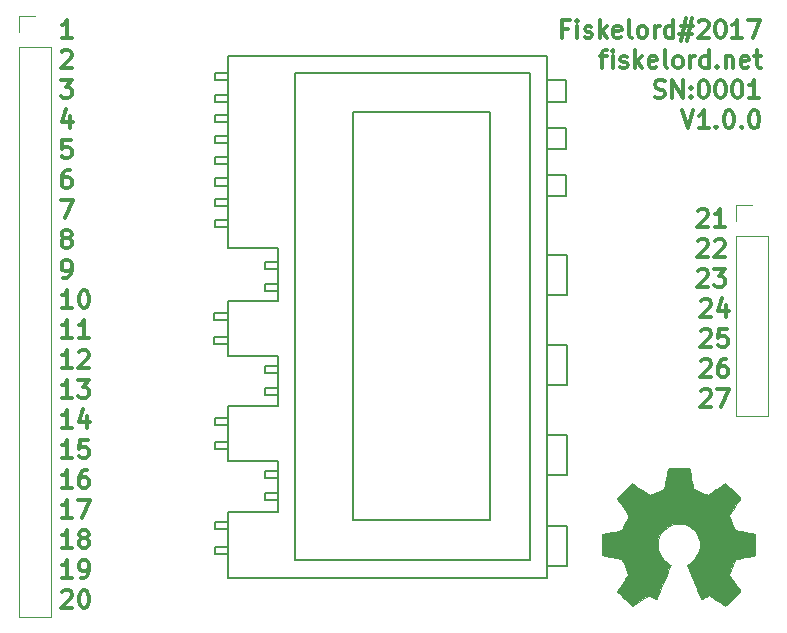
<source format=gbr>
G04 #@! TF.FileFunction,Legend,Top*
%FSLAX46Y46*%
G04 Gerber Fmt 4.6, Leading zero omitted, Abs format (unit mm)*
G04 Created by KiCad (PCBNEW 4.0.5) date 09/12/17 13:56:01*
%MOMM*%
%LPD*%
G01*
G04 APERTURE LIST*
%ADD10C,0.100000*%
%ADD11C,0.300000*%
%ADD12C,0.120000*%
%ADD13C,0.150000*%
%ADD14C,0.002540*%
G04 APERTURE END LIST*
D10*
D11*
X214757143Y-130131429D02*
X214828572Y-130060000D01*
X214971429Y-129988571D01*
X215328572Y-129988571D01*
X215471429Y-130060000D01*
X215542858Y-130131429D01*
X215614286Y-130274286D01*
X215614286Y-130417143D01*
X215542858Y-130631429D01*
X214685715Y-131488571D01*
X215614286Y-131488571D01*
X216114286Y-129988571D02*
X217114286Y-129988571D01*
X216471429Y-131488571D01*
X214757143Y-127591429D02*
X214828572Y-127520000D01*
X214971429Y-127448571D01*
X215328572Y-127448571D01*
X215471429Y-127520000D01*
X215542858Y-127591429D01*
X215614286Y-127734286D01*
X215614286Y-127877143D01*
X215542858Y-128091429D01*
X214685715Y-128948571D01*
X215614286Y-128948571D01*
X216900000Y-127448571D02*
X216614286Y-127448571D01*
X216471429Y-127520000D01*
X216400000Y-127591429D01*
X216257143Y-127805714D01*
X216185714Y-128091429D01*
X216185714Y-128662857D01*
X216257143Y-128805714D01*
X216328571Y-128877143D01*
X216471429Y-128948571D01*
X216757143Y-128948571D01*
X216900000Y-128877143D01*
X216971429Y-128805714D01*
X217042857Y-128662857D01*
X217042857Y-128305714D01*
X216971429Y-128162857D01*
X216900000Y-128091429D01*
X216757143Y-128020000D01*
X216471429Y-128020000D01*
X216328571Y-128091429D01*
X216257143Y-128162857D01*
X216185714Y-128305714D01*
X214757143Y-125051429D02*
X214828572Y-124980000D01*
X214971429Y-124908571D01*
X215328572Y-124908571D01*
X215471429Y-124980000D01*
X215542858Y-125051429D01*
X215614286Y-125194286D01*
X215614286Y-125337143D01*
X215542858Y-125551429D01*
X214685715Y-126408571D01*
X215614286Y-126408571D01*
X216971429Y-124908571D02*
X216257143Y-124908571D01*
X216185714Y-125622857D01*
X216257143Y-125551429D01*
X216400000Y-125480000D01*
X216757143Y-125480000D01*
X216900000Y-125551429D01*
X216971429Y-125622857D01*
X217042857Y-125765714D01*
X217042857Y-126122857D01*
X216971429Y-126265714D01*
X216900000Y-126337143D01*
X216757143Y-126408571D01*
X216400000Y-126408571D01*
X216257143Y-126337143D01*
X216185714Y-126265714D01*
X214757143Y-122511429D02*
X214828572Y-122440000D01*
X214971429Y-122368571D01*
X215328572Y-122368571D01*
X215471429Y-122440000D01*
X215542858Y-122511429D01*
X215614286Y-122654286D01*
X215614286Y-122797143D01*
X215542858Y-123011429D01*
X214685715Y-123868571D01*
X215614286Y-123868571D01*
X216900000Y-122868571D02*
X216900000Y-123868571D01*
X216542857Y-122297143D02*
X216185714Y-123368571D01*
X217114286Y-123368571D01*
X214503143Y-119971429D02*
X214574572Y-119900000D01*
X214717429Y-119828571D01*
X215074572Y-119828571D01*
X215217429Y-119900000D01*
X215288858Y-119971429D01*
X215360286Y-120114286D01*
X215360286Y-120257143D01*
X215288858Y-120471429D01*
X214431715Y-121328571D01*
X215360286Y-121328571D01*
X215860286Y-119828571D02*
X216788857Y-119828571D01*
X216288857Y-120400000D01*
X216503143Y-120400000D01*
X216646000Y-120471429D01*
X216717429Y-120542857D01*
X216788857Y-120685714D01*
X216788857Y-121042857D01*
X216717429Y-121185714D01*
X216646000Y-121257143D01*
X216503143Y-121328571D01*
X216074571Y-121328571D01*
X215931714Y-121257143D01*
X215860286Y-121185714D01*
X214503143Y-117431429D02*
X214574572Y-117360000D01*
X214717429Y-117288571D01*
X215074572Y-117288571D01*
X215217429Y-117360000D01*
X215288858Y-117431429D01*
X215360286Y-117574286D01*
X215360286Y-117717143D01*
X215288858Y-117931429D01*
X214431715Y-118788571D01*
X215360286Y-118788571D01*
X215931714Y-117431429D02*
X216003143Y-117360000D01*
X216146000Y-117288571D01*
X216503143Y-117288571D01*
X216646000Y-117360000D01*
X216717429Y-117431429D01*
X216788857Y-117574286D01*
X216788857Y-117717143D01*
X216717429Y-117931429D01*
X215860286Y-118788571D01*
X216788857Y-118788571D01*
X214503143Y-114891429D02*
X214574572Y-114820000D01*
X214717429Y-114748571D01*
X215074572Y-114748571D01*
X215217429Y-114820000D01*
X215288858Y-114891429D01*
X215360286Y-115034286D01*
X215360286Y-115177143D01*
X215288858Y-115391429D01*
X214431715Y-116248571D01*
X215360286Y-116248571D01*
X216788857Y-116248571D02*
X215931714Y-116248571D01*
X216360286Y-116248571D02*
X216360286Y-114748571D01*
X216217429Y-114962857D01*
X216074571Y-115105714D01*
X215931714Y-115177143D01*
X160655143Y-147149429D02*
X160726572Y-147078000D01*
X160869429Y-147006571D01*
X161226572Y-147006571D01*
X161369429Y-147078000D01*
X161440858Y-147149429D01*
X161512286Y-147292286D01*
X161512286Y-147435143D01*
X161440858Y-147649429D01*
X160583715Y-148506571D01*
X161512286Y-148506571D01*
X162440857Y-147006571D02*
X162583714Y-147006571D01*
X162726571Y-147078000D01*
X162798000Y-147149429D01*
X162869429Y-147292286D01*
X162940857Y-147578000D01*
X162940857Y-147935143D01*
X162869429Y-148220857D01*
X162798000Y-148363714D01*
X162726571Y-148435143D01*
X162583714Y-148506571D01*
X162440857Y-148506571D01*
X162298000Y-148435143D01*
X162226571Y-148363714D01*
X162155143Y-148220857D01*
X162083714Y-147935143D01*
X162083714Y-147578000D01*
X162155143Y-147292286D01*
X162226571Y-147149429D01*
X162298000Y-147078000D01*
X162440857Y-147006571D01*
X161512286Y-145966571D02*
X160655143Y-145966571D01*
X161083715Y-145966571D02*
X161083715Y-144466571D01*
X160940858Y-144680857D01*
X160798000Y-144823714D01*
X160655143Y-144895143D01*
X162226571Y-145966571D02*
X162512286Y-145966571D01*
X162655143Y-145895143D01*
X162726571Y-145823714D01*
X162869429Y-145609429D01*
X162940857Y-145323714D01*
X162940857Y-144752286D01*
X162869429Y-144609429D01*
X162798000Y-144538000D01*
X162655143Y-144466571D01*
X162369429Y-144466571D01*
X162226571Y-144538000D01*
X162155143Y-144609429D01*
X162083714Y-144752286D01*
X162083714Y-145109429D01*
X162155143Y-145252286D01*
X162226571Y-145323714D01*
X162369429Y-145395143D01*
X162655143Y-145395143D01*
X162798000Y-145323714D01*
X162869429Y-145252286D01*
X162940857Y-145109429D01*
X161512286Y-143426571D02*
X160655143Y-143426571D01*
X161083715Y-143426571D02*
X161083715Y-141926571D01*
X160940858Y-142140857D01*
X160798000Y-142283714D01*
X160655143Y-142355143D01*
X162369429Y-142569429D02*
X162226571Y-142498000D01*
X162155143Y-142426571D01*
X162083714Y-142283714D01*
X162083714Y-142212286D01*
X162155143Y-142069429D01*
X162226571Y-141998000D01*
X162369429Y-141926571D01*
X162655143Y-141926571D01*
X162798000Y-141998000D01*
X162869429Y-142069429D01*
X162940857Y-142212286D01*
X162940857Y-142283714D01*
X162869429Y-142426571D01*
X162798000Y-142498000D01*
X162655143Y-142569429D01*
X162369429Y-142569429D01*
X162226571Y-142640857D01*
X162155143Y-142712286D01*
X162083714Y-142855143D01*
X162083714Y-143140857D01*
X162155143Y-143283714D01*
X162226571Y-143355143D01*
X162369429Y-143426571D01*
X162655143Y-143426571D01*
X162798000Y-143355143D01*
X162869429Y-143283714D01*
X162940857Y-143140857D01*
X162940857Y-142855143D01*
X162869429Y-142712286D01*
X162798000Y-142640857D01*
X162655143Y-142569429D01*
X161512286Y-140886571D02*
X160655143Y-140886571D01*
X161083715Y-140886571D02*
X161083715Y-139386571D01*
X160940858Y-139600857D01*
X160798000Y-139743714D01*
X160655143Y-139815143D01*
X162012286Y-139386571D02*
X163012286Y-139386571D01*
X162369429Y-140886571D01*
X161512286Y-138346571D02*
X160655143Y-138346571D01*
X161083715Y-138346571D02*
X161083715Y-136846571D01*
X160940858Y-137060857D01*
X160798000Y-137203714D01*
X160655143Y-137275143D01*
X162798000Y-136846571D02*
X162512286Y-136846571D01*
X162369429Y-136918000D01*
X162298000Y-136989429D01*
X162155143Y-137203714D01*
X162083714Y-137489429D01*
X162083714Y-138060857D01*
X162155143Y-138203714D01*
X162226571Y-138275143D01*
X162369429Y-138346571D01*
X162655143Y-138346571D01*
X162798000Y-138275143D01*
X162869429Y-138203714D01*
X162940857Y-138060857D01*
X162940857Y-137703714D01*
X162869429Y-137560857D01*
X162798000Y-137489429D01*
X162655143Y-137418000D01*
X162369429Y-137418000D01*
X162226571Y-137489429D01*
X162155143Y-137560857D01*
X162083714Y-137703714D01*
X161512286Y-135806571D02*
X160655143Y-135806571D01*
X161083715Y-135806571D02*
X161083715Y-134306571D01*
X160940858Y-134520857D01*
X160798000Y-134663714D01*
X160655143Y-134735143D01*
X162869429Y-134306571D02*
X162155143Y-134306571D01*
X162083714Y-135020857D01*
X162155143Y-134949429D01*
X162298000Y-134878000D01*
X162655143Y-134878000D01*
X162798000Y-134949429D01*
X162869429Y-135020857D01*
X162940857Y-135163714D01*
X162940857Y-135520857D01*
X162869429Y-135663714D01*
X162798000Y-135735143D01*
X162655143Y-135806571D01*
X162298000Y-135806571D01*
X162155143Y-135735143D01*
X162083714Y-135663714D01*
X161512286Y-133266571D02*
X160655143Y-133266571D01*
X161083715Y-133266571D02*
X161083715Y-131766571D01*
X160940858Y-131980857D01*
X160798000Y-132123714D01*
X160655143Y-132195143D01*
X162798000Y-132266571D02*
X162798000Y-133266571D01*
X162440857Y-131695143D02*
X162083714Y-132766571D01*
X163012286Y-132766571D01*
X161512286Y-130726571D02*
X160655143Y-130726571D01*
X161083715Y-130726571D02*
X161083715Y-129226571D01*
X160940858Y-129440857D01*
X160798000Y-129583714D01*
X160655143Y-129655143D01*
X162012286Y-129226571D02*
X162940857Y-129226571D01*
X162440857Y-129798000D01*
X162655143Y-129798000D01*
X162798000Y-129869429D01*
X162869429Y-129940857D01*
X162940857Y-130083714D01*
X162940857Y-130440857D01*
X162869429Y-130583714D01*
X162798000Y-130655143D01*
X162655143Y-130726571D01*
X162226571Y-130726571D01*
X162083714Y-130655143D01*
X162012286Y-130583714D01*
X161512286Y-128186571D02*
X160655143Y-128186571D01*
X161083715Y-128186571D02*
X161083715Y-126686571D01*
X160940858Y-126900857D01*
X160798000Y-127043714D01*
X160655143Y-127115143D01*
X162083714Y-126829429D02*
X162155143Y-126758000D01*
X162298000Y-126686571D01*
X162655143Y-126686571D01*
X162798000Y-126758000D01*
X162869429Y-126829429D01*
X162940857Y-126972286D01*
X162940857Y-127115143D01*
X162869429Y-127329429D01*
X162012286Y-128186571D01*
X162940857Y-128186571D01*
X161512286Y-125646571D02*
X160655143Y-125646571D01*
X161083715Y-125646571D02*
X161083715Y-124146571D01*
X160940858Y-124360857D01*
X160798000Y-124503714D01*
X160655143Y-124575143D01*
X162940857Y-125646571D02*
X162083714Y-125646571D01*
X162512286Y-125646571D02*
X162512286Y-124146571D01*
X162369429Y-124360857D01*
X162226571Y-124503714D01*
X162083714Y-124575143D01*
X161512286Y-123106571D02*
X160655143Y-123106571D01*
X161083715Y-123106571D02*
X161083715Y-121606571D01*
X160940858Y-121820857D01*
X160798000Y-121963714D01*
X160655143Y-122035143D01*
X162440857Y-121606571D02*
X162583714Y-121606571D01*
X162726571Y-121678000D01*
X162798000Y-121749429D01*
X162869429Y-121892286D01*
X162940857Y-122178000D01*
X162940857Y-122535143D01*
X162869429Y-122820857D01*
X162798000Y-122963714D01*
X162726571Y-123035143D01*
X162583714Y-123106571D01*
X162440857Y-123106571D01*
X162298000Y-123035143D01*
X162226571Y-122963714D01*
X162155143Y-122820857D01*
X162083714Y-122535143D01*
X162083714Y-122178000D01*
X162155143Y-121892286D01*
X162226571Y-121749429D01*
X162298000Y-121678000D01*
X162440857Y-121606571D01*
X160750286Y-120566571D02*
X161036001Y-120566571D01*
X161178858Y-120495143D01*
X161250286Y-120423714D01*
X161393144Y-120209429D01*
X161464572Y-119923714D01*
X161464572Y-119352286D01*
X161393144Y-119209429D01*
X161321715Y-119138000D01*
X161178858Y-119066571D01*
X160893144Y-119066571D01*
X160750286Y-119138000D01*
X160678858Y-119209429D01*
X160607429Y-119352286D01*
X160607429Y-119709429D01*
X160678858Y-119852286D01*
X160750286Y-119923714D01*
X160893144Y-119995143D01*
X161178858Y-119995143D01*
X161321715Y-119923714D01*
X161393144Y-119852286D01*
X161464572Y-119709429D01*
X160893144Y-117169429D02*
X160750286Y-117098000D01*
X160678858Y-117026571D01*
X160607429Y-116883714D01*
X160607429Y-116812286D01*
X160678858Y-116669429D01*
X160750286Y-116598000D01*
X160893144Y-116526571D01*
X161178858Y-116526571D01*
X161321715Y-116598000D01*
X161393144Y-116669429D01*
X161464572Y-116812286D01*
X161464572Y-116883714D01*
X161393144Y-117026571D01*
X161321715Y-117098000D01*
X161178858Y-117169429D01*
X160893144Y-117169429D01*
X160750286Y-117240857D01*
X160678858Y-117312286D01*
X160607429Y-117455143D01*
X160607429Y-117740857D01*
X160678858Y-117883714D01*
X160750286Y-117955143D01*
X160893144Y-118026571D01*
X161178858Y-118026571D01*
X161321715Y-117955143D01*
X161393144Y-117883714D01*
X161464572Y-117740857D01*
X161464572Y-117455143D01*
X161393144Y-117312286D01*
X161321715Y-117240857D01*
X161178858Y-117169429D01*
X160536001Y-113986571D02*
X161536001Y-113986571D01*
X160893144Y-115486571D01*
X161321715Y-111446571D02*
X161036001Y-111446571D01*
X160893144Y-111518000D01*
X160821715Y-111589429D01*
X160678858Y-111803714D01*
X160607429Y-112089429D01*
X160607429Y-112660857D01*
X160678858Y-112803714D01*
X160750286Y-112875143D01*
X160893144Y-112946571D01*
X161178858Y-112946571D01*
X161321715Y-112875143D01*
X161393144Y-112803714D01*
X161464572Y-112660857D01*
X161464572Y-112303714D01*
X161393144Y-112160857D01*
X161321715Y-112089429D01*
X161178858Y-112018000D01*
X160893144Y-112018000D01*
X160750286Y-112089429D01*
X160678858Y-112160857D01*
X160607429Y-112303714D01*
X161393144Y-108906571D02*
X160678858Y-108906571D01*
X160607429Y-109620857D01*
X160678858Y-109549429D01*
X160821715Y-109478000D01*
X161178858Y-109478000D01*
X161321715Y-109549429D01*
X161393144Y-109620857D01*
X161464572Y-109763714D01*
X161464572Y-110120857D01*
X161393144Y-110263714D01*
X161321715Y-110335143D01*
X161178858Y-110406571D01*
X160821715Y-110406571D01*
X160678858Y-110335143D01*
X160607429Y-110263714D01*
X161321715Y-106866571D02*
X161321715Y-107866571D01*
X160964572Y-106295143D02*
X160607429Y-107366571D01*
X161536001Y-107366571D01*
X160536001Y-103826571D02*
X161464572Y-103826571D01*
X160964572Y-104398000D01*
X161178858Y-104398000D01*
X161321715Y-104469429D01*
X161393144Y-104540857D01*
X161464572Y-104683714D01*
X161464572Y-105040857D01*
X161393144Y-105183714D01*
X161321715Y-105255143D01*
X161178858Y-105326571D01*
X160750286Y-105326571D01*
X160607429Y-105255143D01*
X160536001Y-105183714D01*
X160607429Y-101429429D02*
X160678858Y-101358000D01*
X160821715Y-101286571D01*
X161178858Y-101286571D01*
X161321715Y-101358000D01*
X161393144Y-101429429D01*
X161464572Y-101572286D01*
X161464572Y-101715143D01*
X161393144Y-101929429D01*
X160536001Y-102786571D01*
X161464572Y-102786571D01*
X161464572Y-100246571D02*
X160607429Y-100246571D01*
X161036001Y-100246571D02*
X161036001Y-98746571D01*
X160893144Y-98960857D01*
X160750286Y-99103714D01*
X160607429Y-99175143D01*
X203464002Y-99445857D02*
X202964002Y-99445857D01*
X202964002Y-100231571D02*
X202964002Y-98731571D01*
X203678288Y-98731571D01*
X204249716Y-100231571D02*
X204249716Y-99231571D01*
X204249716Y-98731571D02*
X204178287Y-98803000D01*
X204249716Y-98874429D01*
X204321144Y-98803000D01*
X204249716Y-98731571D01*
X204249716Y-98874429D01*
X204892573Y-100160143D02*
X205035430Y-100231571D01*
X205321145Y-100231571D01*
X205464002Y-100160143D01*
X205535430Y-100017286D01*
X205535430Y-99945857D01*
X205464002Y-99803000D01*
X205321145Y-99731571D01*
X205106859Y-99731571D01*
X204964002Y-99660143D01*
X204892573Y-99517286D01*
X204892573Y-99445857D01*
X204964002Y-99303000D01*
X205106859Y-99231571D01*
X205321145Y-99231571D01*
X205464002Y-99303000D01*
X206178288Y-100231571D02*
X206178288Y-98731571D01*
X206321145Y-99660143D02*
X206749716Y-100231571D01*
X206749716Y-99231571D02*
X206178288Y-99803000D01*
X207964002Y-100160143D02*
X207821145Y-100231571D01*
X207535431Y-100231571D01*
X207392574Y-100160143D01*
X207321145Y-100017286D01*
X207321145Y-99445857D01*
X207392574Y-99303000D01*
X207535431Y-99231571D01*
X207821145Y-99231571D01*
X207964002Y-99303000D01*
X208035431Y-99445857D01*
X208035431Y-99588714D01*
X207321145Y-99731571D01*
X208892574Y-100231571D02*
X208749716Y-100160143D01*
X208678288Y-100017286D01*
X208678288Y-98731571D01*
X209678288Y-100231571D02*
X209535430Y-100160143D01*
X209464002Y-100088714D01*
X209392573Y-99945857D01*
X209392573Y-99517286D01*
X209464002Y-99374429D01*
X209535430Y-99303000D01*
X209678288Y-99231571D01*
X209892573Y-99231571D01*
X210035430Y-99303000D01*
X210106859Y-99374429D01*
X210178288Y-99517286D01*
X210178288Y-99945857D01*
X210106859Y-100088714D01*
X210035430Y-100160143D01*
X209892573Y-100231571D01*
X209678288Y-100231571D01*
X210821145Y-100231571D02*
X210821145Y-99231571D01*
X210821145Y-99517286D02*
X210892573Y-99374429D01*
X210964002Y-99303000D01*
X211106859Y-99231571D01*
X211249716Y-99231571D01*
X212392573Y-100231571D02*
X212392573Y-98731571D01*
X212392573Y-100160143D02*
X212249716Y-100231571D01*
X211964002Y-100231571D01*
X211821144Y-100160143D01*
X211749716Y-100088714D01*
X211678287Y-99945857D01*
X211678287Y-99517286D01*
X211749716Y-99374429D01*
X211821144Y-99303000D01*
X211964002Y-99231571D01*
X212249716Y-99231571D01*
X212392573Y-99303000D01*
X213035430Y-99231571D02*
X214106859Y-99231571D01*
X213464002Y-98588714D02*
X213035430Y-100517286D01*
X213964002Y-99874429D02*
X212892573Y-99874429D01*
X213535430Y-100517286D02*
X213964002Y-98588714D01*
X214535430Y-98874429D02*
X214606859Y-98803000D01*
X214749716Y-98731571D01*
X215106859Y-98731571D01*
X215249716Y-98803000D01*
X215321145Y-98874429D01*
X215392573Y-99017286D01*
X215392573Y-99160143D01*
X215321145Y-99374429D01*
X214464002Y-100231571D01*
X215392573Y-100231571D01*
X216321144Y-98731571D02*
X216464001Y-98731571D01*
X216606858Y-98803000D01*
X216678287Y-98874429D01*
X216749716Y-99017286D01*
X216821144Y-99303000D01*
X216821144Y-99660143D01*
X216749716Y-99945857D01*
X216678287Y-100088714D01*
X216606858Y-100160143D01*
X216464001Y-100231571D01*
X216321144Y-100231571D01*
X216178287Y-100160143D01*
X216106858Y-100088714D01*
X216035430Y-99945857D01*
X215964001Y-99660143D01*
X215964001Y-99303000D01*
X216035430Y-99017286D01*
X216106858Y-98874429D01*
X216178287Y-98803000D01*
X216321144Y-98731571D01*
X218249715Y-100231571D02*
X217392572Y-100231571D01*
X217821144Y-100231571D02*
X217821144Y-98731571D01*
X217678287Y-98945857D01*
X217535429Y-99088714D01*
X217392572Y-99160143D01*
X218749715Y-98731571D02*
X219749715Y-98731571D01*
X219106858Y-100231571D01*
X206178285Y-101781571D02*
X206749714Y-101781571D01*
X206392571Y-102781571D02*
X206392571Y-101495857D01*
X206463999Y-101353000D01*
X206606857Y-101281571D01*
X206749714Y-101281571D01*
X207249714Y-102781571D02*
X207249714Y-101781571D01*
X207249714Y-101281571D02*
X207178285Y-101353000D01*
X207249714Y-101424429D01*
X207321142Y-101353000D01*
X207249714Y-101281571D01*
X207249714Y-101424429D01*
X207892571Y-102710143D02*
X208035428Y-102781571D01*
X208321143Y-102781571D01*
X208464000Y-102710143D01*
X208535428Y-102567286D01*
X208535428Y-102495857D01*
X208464000Y-102353000D01*
X208321143Y-102281571D01*
X208106857Y-102281571D01*
X207964000Y-102210143D01*
X207892571Y-102067286D01*
X207892571Y-101995857D01*
X207964000Y-101853000D01*
X208106857Y-101781571D01*
X208321143Y-101781571D01*
X208464000Y-101853000D01*
X209178286Y-102781571D02*
X209178286Y-101281571D01*
X209321143Y-102210143D02*
X209749714Y-102781571D01*
X209749714Y-101781571D02*
X209178286Y-102353000D01*
X210964000Y-102710143D02*
X210821143Y-102781571D01*
X210535429Y-102781571D01*
X210392572Y-102710143D01*
X210321143Y-102567286D01*
X210321143Y-101995857D01*
X210392572Y-101853000D01*
X210535429Y-101781571D01*
X210821143Y-101781571D01*
X210964000Y-101853000D01*
X211035429Y-101995857D01*
X211035429Y-102138714D01*
X210321143Y-102281571D01*
X211892572Y-102781571D02*
X211749714Y-102710143D01*
X211678286Y-102567286D01*
X211678286Y-101281571D01*
X212678286Y-102781571D02*
X212535428Y-102710143D01*
X212464000Y-102638714D01*
X212392571Y-102495857D01*
X212392571Y-102067286D01*
X212464000Y-101924429D01*
X212535428Y-101853000D01*
X212678286Y-101781571D01*
X212892571Y-101781571D01*
X213035428Y-101853000D01*
X213106857Y-101924429D01*
X213178286Y-102067286D01*
X213178286Y-102495857D01*
X213106857Y-102638714D01*
X213035428Y-102710143D01*
X212892571Y-102781571D01*
X212678286Y-102781571D01*
X213821143Y-102781571D02*
X213821143Y-101781571D01*
X213821143Y-102067286D02*
X213892571Y-101924429D01*
X213964000Y-101853000D01*
X214106857Y-101781571D01*
X214249714Y-101781571D01*
X215392571Y-102781571D02*
X215392571Y-101281571D01*
X215392571Y-102710143D02*
X215249714Y-102781571D01*
X214964000Y-102781571D01*
X214821142Y-102710143D01*
X214749714Y-102638714D01*
X214678285Y-102495857D01*
X214678285Y-102067286D01*
X214749714Y-101924429D01*
X214821142Y-101853000D01*
X214964000Y-101781571D01*
X215249714Y-101781571D01*
X215392571Y-101853000D01*
X216106857Y-102638714D02*
X216178285Y-102710143D01*
X216106857Y-102781571D01*
X216035428Y-102710143D01*
X216106857Y-102638714D01*
X216106857Y-102781571D01*
X216821143Y-101781571D02*
X216821143Y-102781571D01*
X216821143Y-101924429D02*
X216892571Y-101853000D01*
X217035429Y-101781571D01*
X217249714Y-101781571D01*
X217392571Y-101853000D01*
X217464000Y-101995857D01*
X217464000Y-102781571D01*
X218749714Y-102710143D02*
X218606857Y-102781571D01*
X218321143Y-102781571D01*
X218178286Y-102710143D01*
X218106857Y-102567286D01*
X218106857Y-101995857D01*
X218178286Y-101853000D01*
X218321143Y-101781571D01*
X218606857Y-101781571D01*
X218749714Y-101853000D01*
X218821143Y-101995857D01*
X218821143Y-102138714D01*
X218106857Y-102281571D01*
X219249714Y-101781571D02*
X219821143Y-101781571D01*
X219464000Y-101281571D02*
X219464000Y-102567286D01*
X219535428Y-102710143D01*
X219678286Y-102781571D01*
X219821143Y-102781571D01*
X210821144Y-105260143D02*
X211035430Y-105331571D01*
X211392573Y-105331571D01*
X211535430Y-105260143D01*
X211606859Y-105188714D01*
X211678287Y-105045857D01*
X211678287Y-104903000D01*
X211606859Y-104760143D01*
X211535430Y-104688714D01*
X211392573Y-104617286D01*
X211106859Y-104545857D01*
X210964001Y-104474429D01*
X210892573Y-104403000D01*
X210821144Y-104260143D01*
X210821144Y-104117286D01*
X210892573Y-103974429D01*
X210964001Y-103903000D01*
X211106859Y-103831571D01*
X211464001Y-103831571D01*
X211678287Y-103903000D01*
X212321144Y-105331571D02*
X212321144Y-103831571D01*
X213178287Y-105331571D01*
X213178287Y-103831571D01*
X213892573Y-105188714D02*
X213964001Y-105260143D01*
X213892573Y-105331571D01*
X213821144Y-105260143D01*
X213892573Y-105188714D01*
X213892573Y-105331571D01*
X213892573Y-104403000D02*
X213964001Y-104474429D01*
X213892573Y-104545857D01*
X213821144Y-104474429D01*
X213892573Y-104403000D01*
X213892573Y-104545857D01*
X214892573Y-103831571D02*
X215035430Y-103831571D01*
X215178287Y-103903000D01*
X215249716Y-103974429D01*
X215321145Y-104117286D01*
X215392573Y-104403000D01*
X215392573Y-104760143D01*
X215321145Y-105045857D01*
X215249716Y-105188714D01*
X215178287Y-105260143D01*
X215035430Y-105331571D01*
X214892573Y-105331571D01*
X214749716Y-105260143D01*
X214678287Y-105188714D01*
X214606859Y-105045857D01*
X214535430Y-104760143D01*
X214535430Y-104403000D01*
X214606859Y-104117286D01*
X214678287Y-103974429D01*
X214749716Y-103903000D01*
X214892573Y-103831571D01*
X216321144Y-103831571D02*
X216464001Y-103831571D01*
X216606858Y-103903000D01*
X216678287Y-103974429D01*
X216749716Y-104117286D01*
X216821144Y-104403000D01*
X216821144Y-104760143D01*
X216749716Y-105045857D01*
X216678287Y-105188714D01*
X216606858Y-105260143D01*
X216464001Y-105331571D01*
X216321144Y-105331571D01*
X216178287Y-105260143D01*
X216106858Y-105188714D01*
X216035430Y-105045857D01*
X215964001Y-104760143D01*
X215964001Y-104403000D01*
X216035430Y-104117286D01*
X216106858Y-103974429D01*
X216178287Y-103903000D01*
X216321144Y-103831571D01*
X217749715Y-103831571D02*
X217892572Y-103831571D01*
X218035429Y-103903000D01*
X218106858Y-103974429D01*
X218178287Y-104117286D01*
X218249715Y-104403000D01*
X218249715Y-104760143D01*
X218178287Y-105045857D01*
X218106858Y-105188714D01*
X218035429Y-105260143D01*
X217892572Y-105331571D01*
X217749715Y-105331571D01*
X217606858Y-105260143D01*
X217535429Y-105188714D01*
X217464001Y-105045857D01*
X217392572Y-104760143D01*
X217392572Y-104403000D01*
X217464001Y-104117286D01*
X217535429Y-103974429D01*
X217606858Y-103903000D01*
X217749715Y-103831571D01*
X219678286Y-105331571D02*
X218821143Y-105331571D01*
X219249715Y-105331571D02*
X219249715Y-103831571D01*
X219106858Y-104045857D01*
X218964000Y-104188714D01*
X218821143Y-104260143D01*
X213106858Y-106381571D02*
X213606858Y-107881571D01*
X214106858Y-106381571D01*
X215392572Y-107881571D02*
X214535429Y-107881571D01*
X214964001Y-107881571D02*
X214964001Y-106381571D01*
X214821144Y-106595857D01*
X214678286Y-106738714D01*
X214535429Y-106810143D01*
X216035429Y-107738714D02*
X216106857Y-107810143D01*
X216035429Y-107881571D01*
X215964000Y-107810143D01*
X216035429Y-107738714D01*
X216035429Y-107881571D01*
X217035429Y-106381571D02*
X217178286Y-106381571D01*
X217321143Y-106453000D01*
X217392572Y-106524429D01*
X217464001Y-106667286D01*
X217535429Y-106953000D01*
X217535429Y-107310143D01*
X217464001Y-107595857D01*
X217392572Y-107738714D01*
X217321143Y-107810143D01*
X217178286Y-107881571D01*
X217035429Y-107881571D01*
X216892572Y-107810143D01*
X216821143Y-107738714D01*
X216749715Y-107595857D01*
X216678286Y-107310143D01*
X216678286Y-106953000D01*
X216749715Y-106667286D01*
X216821143Y-106524429D01*
X216892572Y-106453000D01*
X217035429Y-106381571D01*
X218178286Y-107738714D02*
X218249714Y-107810143D01*
X218178286Y-107881571D01*
X218106857Y-107810143D01*
X218178286Y-107738714D01*
X218178286Y-107881571D01*
X219178286Y-106381571D02*
X219321143Y-106381571D01*
X219464000Y-106453000D01*
X219535429Y-106524429D01*
X219606858Y-106667286D01*
X219678286Y-106953000D01*
X219678286Y-107310143D01*
X219606858Y-107595857D01*
X219535429Y-107738714D01*
X219464000Y-107810143D01*
X219321143Y-107881571D01*
X219178286Y-107881571D01*
X219035429Y-107810143D01*
X218964000Y-107738714D01*
X218892572Y-107595857D01*
X218821143Y-107310143D01*
X218821143Y-106953000D01*
X218892572Y-106667286D01*
X218964000Y-106524429D01*
X219035429Y-106453000D01*
X219178286Y-106381571D01*
D12*
X157039000Y-149285000D02*
X159699000Y-149285000D01*
X157039000Y-100965000D02*
X157039000Y-149285000D01*
X159699000Y-100965000D02*
X159699000Y-149285000D01*
X157039000Y-100965000D02*
X159699000Y-100965000D01*
X157039000Y-99695000D02*
X157039000Y-98365000D01*
X157039000Y-98365000D02*
X158369000Y-98365000D01*
X217745000Y-132267000D02*
X220405000Y-132267000D01*
X217745000Y-116967000D02*
X217745000Y-132267000D01*
X220405000Y-116967000D02*
X220405000Y-132267000D01*
X217745000Y-116967000D02*
X220405000Y-116967000D01*
X217745000Y-115697000D02*
X217745000Y-114367000D01*
X217745000Y-114367000D02*
X219075000Y-114367000D01*
D13*
X196901000Y-141037000D02*
X185301000Y-141037000D01*
X185301000Y-141037000D02*
X185301000Y-106537000D01*
X185301000Y-106537000D02*
X196901000Y-106537000D01*
X196901000Y-106537000D02*
X196901000Y-141037000D01*
X180401000Y-103237000D02*
X200301000Y-103237000D01*
X200301000Y-103237000D02*
X200301000Y-144437000D01*
X200301000Y-144437000D02*
X180401000Y-144437000D01*
X180401000Y-144437000D02*
X180401000Y-103237000D01*
X203401000Y-141537000D02*
X203401000Y-144937000D01*
X201701000Y-141537000D02*
X203401000Y-141537000D01*
X201701000Y-144937000D02*
X201701000Y-141537000D01*
X203401000Y-144937000D02*
X201701000Y-144937000D01*
X203401000Y-137237000D02*
X201701000Y-137237000D01*
X201701000Y-137237000D02*
X201701000Y-133837000D01*
X201701000Y-133837000D02*
X203401000Y-133837000D01*
X203401000Y-133837000D02*
X203401000Y-137237000D01*
X203401000Y-126237000D02*
X203401000Y-129637000D01*
X201701000Y-126237000D02*
X203401000Y-126237000D01*
X201701000Y-129637000D02*
X201701000Y-126237000D01*
X203401000Y-129637000D02*
X201701000Y-129637000D01*
X203401000Y-122037000D02*
X201701000Y-122037000D01*
X201701000Y-122037000D02*
X201701000Y-118637000D01*
X201701000Y-118637000D02*
X203401000Y-118637000D01*
X203401000Y-118637000D02*
X203401000Y-122037000D01*
X203301000Y-113637000D02*
X201801000Y-113637000D01*
X201801000Y-113637000D02*
X201701000Y-113637000D01*
X201701000Y-113637000D02*
X201701000Y-111837000D01*
X201701000Y-111837000D02*
X203301000Y-111837000D01*
X203301000Y-111837000D02*
X203301000Y-113637000D01*
X203301000Y-107837000D02*
X203301000Y-109637000D01*
X201701000Y-107837000D02*
X203301000Y-107837000D01*
X201701000Y-109637000D02*
X201701000Y-107837000D01*
X201801000Y-109637000D02*
X201701000Y-109637000D01*
X203301000Y-109637000D02*
X201801000Y-109637000D01*
X203301000Y-105637000D02*
X201801000Y-105637000D01*
X201801000Y-105637000D02*
X201701000Y-105637000D01*
X201701000Y-105637000D02*
X201701000Y-103837000D01*
X201701000Y-103837000D02*
X203301000Y-103837000D01*
X203301000Y-103837000D02*
X203301000Y-105637000D01*
X173601000Y-103237000D02*
X174701000Y-103237000D01*
X173601000Y-103837000D02*
X173601000Y-103237000D01*
X174701000Y-103837000D02*
X173601000Y-103837000D01*
X174701000Y-105637000D02*
X173601000Y-105637000D01*
X173601000Y-105637000D02*
X173601000Y-105037000D01*
X173601000Y-105037000D02*
X174701000Y-105037000D01*
X173601000Y-106737000D02*
X174701000Y-106737000D01*
X173601000Y-107337000D02*
X173601000Y-106737000D01*
X174701000Y-107337000D02*
X173601000Y-107337000D01*
X174701000Y-109137000D02*
X173601000Y-109137000D01*
X173601000Y-109137000D02*
X173601000Y-108537000D01*
X173601000Y-108537000D02*
X174701000Y-108537000D01*
X173601000Y-110337000D02*
X174701000Y-110337000D01*
X173601000Y-110937000D02*
X173601000Y-110337000D01*
X174701000Y-110937000D02*
X173601000Y-110937000D01*
X174701000Y-112737000D02*
X173601000Y-112737000D01*
X173601000Y-112737000D02*
X173601000Y-112137000D01*
X173601000Y-112137000D02*
X174701000Y-112137000D01*
X173601000Y-113837000D02*
X174701000Y-113837000D01*
X173601000Y-114437000D02*
X173601000Y-113837000D01*
X174701000Y-114437000D02*
X173601000Y-114437000D01*
X174701000Y-116237000D02*
X173601000Y-116237000D01*
X173601000Y-116237000D02*
X173601000Y-115637000D01*
X173601000Y-115637000D02*
X174701000Y-115637000D01*
X177801000Y-119237000D02*
X178901000Y-119237000D01*
X177801000Y-119837000D02*
X177801000Y-119237000D01*
X178901000Y-119837000D02*
X177801000Y-119837000D01*
X178901000Y-121637000D02*
X177801000Y-121637000D01*
X177801000Y-121637000D02*
X177801000Y-121037000D01*
X177801000Y-121037000D02*
X178901000Y-121037000D01*
X177801000Y-128037000D02*
X178901000Y-128037000D01*
X177801000Y-128637000D02*
X177801000Y-128037000D01*
X178901000Y-128637000D02*
X177801000Y-128637000D01*
X178901000Y-130437000D02*
X177801000Y-130437000D01*
X177801000Y-130437000D02*
X177801000Y-129837000D01*
X177801000Y-129837000D02*
X178901000Y-129837000D01*
X177801000Y-136937000D02*
X178901000Y-136937000D01*
X177801000Y-137537000D02*
X177801000Y-136937000D01*
X178901000Y-137537000D02*
X177801000Y-137537000D01*
X178901000Y-118037000D02*
X174701000Y-118037000D01*
X174701000Y-122537000D02*
X178901000Y-122537000D01*
X178901000Y-127137000D02*
X174701000Y-127137000D01*
X174701000Y-131437000D02*
X178901000Y-131437000D01*
X178901000Y-136037000D02*
X174701000Y-136037000D01*
X178901000Y-140337000D02*
X174701000Y-140337000D01*
X178901000Y-139337000D02*
X177801000Y-139337000D01*
X177801000Y-139337000D02*
X177801000Y-138737000D01*
X177801000Y-138737000D02*
X178901000Y-138737000D01*
X173501000Y-123537000D02*
X174601000Y-123537000D01*
X173501000Y-124137000D02*
X173501000Y-123537000D01*
X174601000Y-124137000D02*
X173501000Y-124137000D01*
X174601000Y-126137000D02*
X173501000Y-126137000D01*
X173501000Y-126137000D02*
X173501000Y-125537000D01*
X173501000Y-125537000D02*
X174601000Y-125537000D01*
X173601000Y-132437000D02*
X174701000Y-132437000D01*
X173601000Y-133037000D02*
X173601000Y-132437000D01*
X174701000Y-133037000D02*
X173601000Y-133037000D01*
X174701000Y-135037000D02*
X173601000Y-135037000D01*
X173601000Y-135037000D02*
X173601000Y-134437000D01*
X173601000Y-134437000D02*
X174701000Y-134437000D01*
X173601000Y-141237000D02*
X174701000Y-141237000D01*
X173601000Y-141837000D02*
X173601000Y-141237000D01*
X174701000Y-141837000D02*
X173601000Y-141837000D01*
X174701000Y-143937000D02*
X173601000Y-143937000D01*
X173601000Y-143937000D02*
X173601000Y-143337000D01*
X173601000Y-143337000D02*
X174701000Y-143337000D01*
X174701000Y-127137000D02*
X174701000Y-122537000D01*
X178901000Y-122537000D02*
X178901000Y-118037000D01*
X174701000Y-118037000D02*
X174701000Y-101737000D01*
X174701000Y-101737000D02*
X201701000Y-101737000D01*
X201701000Y-101737000D02*
X201701000Y-144837000D01*
X201701000Y-144537000D02*
X201701000Y-145937000D01*
X201701000Y-145937000D02*
X174701000Y-145937000D01*
X174701000Y-145937000D02*
X174701000Y-140337000D01*
X178901000Y-140337000D02*
X178901000Y-136037000D01*
X174701000Y-136037000D02*
X174701000Y-131437000D01*
X178901000Y-131437000D02*
X178901000Y-127137000D01*
D14*
G36*
X208912460Y-148333460D02*
X208981040Y-148297900D01*
X209133440Y-148201380D01*
X209349340Y-148059140D01*
X209605880Y-147886420D01*
X209862420Y-147713700D01*
X210075780Y-147571460D01*
X210223100Y-147477480D01*
X210284060Y-147441920D01*
X210317080Y-147454620D01*
X210441540Y-147513040D01*
X210619340Y-147604480D01*
X210720940Y-147657820D01*
X210883500Y-147728940D01*
X210964780Y-147744180D01*
X210977480Y-147721320D01*
X211038440Y-147596860D01*
X211132420Y-147383500D01*
X211254340Y-147101560D01*
X211394040Y-146771360D01*
X211546440Y-146415760D01*
X211696300Y-146052540D01*
X211841080Y-145707100D01*
X211968080Y-145397220D01*
X212069680Y-145143220D01*
X212135720Y-144967960D01*
X212161120Y-144891760D01*
X212153500Y-144876520D01*
X212072220Y-144795240D01*
X211929980Y-144688560D01*
X211622640Y-144439640D01*
X211317840Y-144061180D01*
X211134960Y-143629380D01*
X211071460Y-143151860D01*
X211124800Y-142707360D01*
X211300060Y-142280640D01*
X211597240Y-141899640D01*
X211955380Y-141612620D01*
X212377020Y-141432280D01*
X212852000Y-141373860D01*
X213304120Y-141427200D01*
X213741000Y-141597380D01*
X214124540Y-141889480D01*
X214284560Y-142077440D01*
X214508080Y-142463520D01*
X214635080Y-142880080D01*
X214650320Y-142986760D01*
X214630000Y-143443960D01*
X214495380Y-143880840D01*
X214254080Y-144272000D01*
X213918800Y-144592040D01*
X213878160Y-144622520D01*
X213723220Y-144739360D01*
X213619080Y-144818100D01*
X213537800Y-144884140D01*
X214119460Y-146283680D01*
X214210900Y-146507200D01*
X214370920Y-146890740D01*
X214510620Y-147218400D01*
X214622380Y-147482560D01*
X214701120Y-147657820D01*
X214736680Y-147726400D01*
X214739220Y-147731480D01*
X214790020Y-147739100D01*
X214896700Y-147701000D01*
X215092280Y-147607020D01*
X215221820Y-147540980D01*
X215369140Y-147469860D01*
X215437720Y-147441920D01*
X215493600Y-147472400D01*
X215635840Y-147566380D01*
X215844120Y-147703540D01*
X216095580Y-147873720D01*
X216331800Y-148036280D01*
X216552780Y-148181060D01*
X216712800Y-148282660D01*
X216789000Y-148325840D01*
X216801700Y-148325840D01*
X216870280Y-148285200D01*
X216994740Y-148181060D01*
X217185240Y-148000720D01*
X217457020Y-147734020D01*
X217497660Y-147693380D01*
X217718640Y-147469860D01*
X217898980Y-147279360D01*
X218020900Y-147144740D01*
X218064080Y-147083780D01*
X218064080Y-147083780D01*
X218023440Y-147007580D01*
X217921840Y-146847560D01*
X217777060Y-146626580D01*
X217599260Y-146364960D01*
X217136980Y-145691860D01*
X217390980Y-145056860D01*
X217469720Y-144863820D01*
X217568780Y-144627600D01*
X217642440Y-144457420D01*
X217680540Y-144386300D01*
X217749120Y-144360900D01*
X217924380Y-144320260D01*
X218175840Y-144266920D01*
X218475560Y-144211040D01*
X218762580Y-144157700D01*
X219021660Y-144109440D01*
X219209620Y-144071340D01*
X219293440Y-144056100D01*
X219313760Y-144043400D01*
X219329000Y-144002760D01*
X219339160Y-143916400D01*
X219346780Y-143758920D01*
X219349320Y-143510000D01*
X219349320Y-143151860D01*
X219349320Y-143113760D01*
X219346780Y-142770860D01*
X219341700Y-142499080D01*
X219331540Y-142321280D01*
X219318840Y-142250160D01*
X219318840Y-142247620D01*
X219237560Y-142229840D01*
X219054680Y-142189200D01*
X218798140Y-142140940D01*
X218488260Y-142082520D01*
X218470480Y-142077440D01*
X218160600Y-142019020D01*
X217904060Y-141965680D01*
X217723720Y-141922500D01*
X217647520Y-141899640D01*
X217632280Y-141876780D01*
X217568780Y-141757400D01*
X217482420Y-141566900D01*
X217378280Y-141333220D01*
X217279220Y-141091920D01*
X217192860Y-140876020D01*
X217134440Y-140713460D01*
X217116660Y-140639800D01*
X217116660Y-140637260D01*
X217162380Y-140563600D01*
X217269060Y-140406120D01*
X217418920Y-140185140D01*
X217599260Y-139923520D01*
X217611960Y-139903200D01*
X217787220Y-139641580D01*
X217932000Y-139423140D01*
X218028520Y-139265660D01*
X218064080Y-139197080D01*
X218061540Y-139192000D01*
X218003120Y-139113260D01*
X217871040Y-138965940D01*
X217683080Y-138767820D01*
X217454480Y-138539220D01*
X217383360Y-138468100D01*
X217129360Y-138221720D01*
X216954100Y-138059160D01*
X216844880Y-137972800D01*
X216791540Y-137955020D01*
X216791540Y-137955020D01*
X216712800Y-138003280D01*
X216547700Y-138109960D01*
X216324180Y-138259820D01*
X216062560Y-138440160D01*
X216042240Y-138452860D01*
X215783160Y-138628120D01*
X215567260Y-138775440D01*
X215412320Y-138877040D01*
X215346280Y-138917680D01*
X215333580Y-138917680D01*
X215229440Y-138887200D01*
X215044020Y-138821160D01*
X214815420Y-138734800D01*
X214576660Y-138638280D01*
X214358220Y-138546840D01*
X214193120Y-138470640D01*
X214116920Y-138427460D01*
X214114380Y-138422380D01*
X214086440Y-138330940D01*
X214043260Y-138135360D01*
X213987380Y-137868660D01*
X213926420Y-137548620D01*
X213916260Y-137497820D01*
X213857840Y-137187940D01*
X213809580Y-136933940D01*
X213771480Y-136756140D01*
X213753700Y-136682480D01*
X213710520Y-136672320D01*
X213558120Y-136662160D01*
X213326980Y-136657080D01*
X213047580Y-136652000D01*
X212752940Y-136654540D01*
X212465920Y-136662160D01*
X212219540Y-136669780D01*
X212044280Y-136682480D01*
X211973160Y-136697720D01*
X211968080Y-136700260D01*
X211942680Y-136796780D01*
X211899500Y-136992360D01*
X211843620Y-137261600D01*
X211785200Y-137579100D01*
X211772500Y-137634980D01*
X211714080Y-137944860D01*
X211663280Y-138198860D01*
X211625180Y-138371580D01*
X211604860Y-138440160D01*
X211579460Y-138455400D01*
X211449920Y-138511280D01*
X211244180Y-138597640D01*
X210987640Y-138701780D01*
X210390740Y-138940540D01*
X209661760Y-138442700D01*
X209595720Y-138396980D01*
X209334100Y-138219180D01*
X209118200Y-138074400D01*
X208965800Y-137977880D01*
X208904840Y-137942320D01*
X208899760Y-137944860D01*
X208828640Y-138008360D01*
X208683860Y-138142980D01*
X208485740Y-138336020D01*
X208254600Y-138564620D01*
X208086960Y-138734800D01*
X207886300Y-138940540D01*
X207756760Y-139077700D01*
X207688180Y-139166600D01*
X207662780Y-139219940D01*
X207670400Y-139255500D01*
X207716120Y-139329160D01*
X207822800Y-139489180D01*
X207975200Y-139710160D01*
X208150460Y-139969240D01*
X208297780Y-140185140D01*
X208455260Y-140428980D01*
X208559400Y-140604240D01*
X208594960Y-140690600D01*
X208584800Y-140726160D01*
X208536540Y-140868400D01*
X208447640Y-141084300D01*
X208338420Y-141340840D01*
X208084420Y-141917420D01*
X207705960Y-141991080D01*
X207477360Y-142034260D01*
X207157320Y-142095220D01*
X206847440Y-142156180D01*
X206369920Y-142247620D01*
X206352140Y-144010380D01*
X206425800Y-144043400D01*
X206496920Y-144061180D01*
X206674720Y-144101820D01*
X206928720Y-144152620D01*
X207228440Y-144208500D01*
X207482440Y-144256760D01*
X207738980Y-144305020D01*
X207924400Y-144340580D01*
X208005680Y-144358360D01*
X208026000Y-144386300D01*
X208092040Y-144510760D01*
X208180940Y-144706340D01*
X208285080Y-144945100D01*
X208386680Y-145191480D01*
X208478120Y-145417540D01*
X208541620Y-145592800D01*
X208564480Y-145681700D01*
X208528920Y-145750280D01*
X208432400Y-145900140D01*
X208290160Y-146116040D01*
X208114900Y-146370040D01*
X207942180Y-146626580D01*
X207794860Y-146845020D01*
X207690720Y-147002500D01*
X207647540Y-147073620D01*
X207670400Y-147121880D01*
X207772000Y-147246340D01*
X207965040Y-147444460D01*
X208249520Y-147728940D01*
X208297780Y-147774660D01*
X208526380Y-147993100D01*
X208716880Y-148170900D01*
X208851500Y-148290280D01*
X208912460Y-148333460D01*
X208912460Y-148333460D01*
G37*
X208912460Y-148333460D02*
X208981040Y-148297900D01*
X209133440Y-148201380D01*
X209349340Y-148059140D01*
X209605880Y-147886420D01*
X209862420Y-147713700D01*
X210075780Y-147571460D01*
X210223100Y-147477480D01*
X210284060Y-147441920D01*
X210317080Y-147454620D01*
X210441540Y-147513040D01*
X210619340Y-147604480D01*
X210720940Y-147657820D01*
X210883500Y-147728940D01*
X210964780Y-147744180D01*
X210977480Y-147721320D01*
X211038440Y-147596860D01*
X211132420Y-147383500D01*
X211254340Y-147101560D01*
X211394040Y-146771360D01*
X211546440Y-146415760D01*
X211696300Y-146052540D01*
X211841080Y-145707100D01*
X211968080Y-145397220D01*
X212069680Y-145143220D01*
X212135720Y-144967960D01*
X212161120Y-144891760D01*
X212153500Y-144876520D01*
X212072220Y-144795240D01*
X211929980Y-144688560D01*
X211622640Y-144439640D01*
X211317840Y-144061180D01*
X211134960Y-143629380D01*
X211071460Y-143151860D01*
X211124800Y-142707360D01*
X211300060Y-142280640D01*
X211597240Y-141899640D01*
X211955380Y-141612620D01*
X212377020Y-141432280D01*
X212852000Y-141373860D01*
X213304120Y-141427200D01*
X213741000Y-141597380D01*
X214124540Y-141889480D01*
X214284560Y-142077440D01*
X214508080Y-142463520D01*
X214635080Y-142880080D01*
X214650320Y-142986760D01*
X214630000Y-143443960D01*
X214495380Y-143880840D01*
X214254080Y-144272000D01*
X213918800Y-144592040D01*
X213878160Y-144622520D01*
X213723220Y-144739360D01*
X213619080Y-144818100D01*
X213537800Y-144884140D01*
X214119460Y-146283680D01*
X214210900Y-146507200D01*
X214370920Y-146890740D01*
X214510620Y-147218400D01*
X214622380Y-147482560D01*
X214701120Y-147657820D01*
X214736680Y-147726400D01*
X214739220Y-147731480D01*
X214790020Y-147739100D01*
X214896700Y-147701000D01*
X215092280Y-147607020D01*
X215221820Y-147540980D01*
X215369140Y-147469860D01*
X215437720Y-147441920D01*
X215493600Y-147472400D01*
X215635840Y-147566380D01*
X215844120Y-147703540D01*
X216095580Y-147873720D01*
X216331800Y-148036280D01*
X216552780Y-148181060D01*
X216712800Y-148282660D01*
X216789000Y-148325840D01*
X216801700Y-148325840D01*
X216870280Y-148285200D01*
X216994740Y-148181060D01*
X217185240Y-148000720D01*
X217457020Y-147734020D01*
X217497660Y-147693380D01*
X217718640Y-147469860D01*
X217898980Y-147279360D01*
X218020900Y-147144740D01*
X218064080Y-147083780D01*
X218064080Y-147083780D01*
X218023440Y-147007580D01*
X217921840Y-146847560D01*
X217777060Y-146626580D01*
X217599260Y-146364960D01*
X217136980Y-145691860D01*
X217390980Y-145056860D01*
X217469720Y-144863820D01*
X217568780Y-144627600D01*
X217642440Y-144457420D01*
X217680540Y-144386300D01*
X217749120Y-144360900D01*
X217924380Y-144320260D01*
X218175840Y-144266920D01*
X218475560Y-144211040D01*
X218762580Y-144157700D01*
X219021660Y-144109440D01*
X219209620Y-144071340D01*
X219293440Y-144056100D01*
X219313760Y-144043400D01*
X219329000Y-144002760D01*
X219339160Y-143916400D01*
X219346780Y-143758920D01*
X219349320Y-143510000D01*
X219349320Y-143151860D01*
X219349320Y-143113760D01*
X219346780Y-142770860D01*
X219341700Y-142499080D01*
X219331540Y-142321280D01*
X219318840Y-142250160D01*
X219318840Y-142247620D01*
X219237560Y-142229840D01*
X219054680Y-142189200D01*
X218798140Y-142140940D01*
X218488260Y-142082520D01*
X218470480Y-142077440D01*
X218160600Y-142019020D01*
X217904060Y-141965680D01*
X217723720Y-141922500D01*
X217647520Y-141899640D01*
X217632280Y-141876780D01*
X217568780Y-141757400D01*
X217482420Y-141566900D01*
X217378280Y-141333220D01*
X217279220Y-141091920D01*
X217192860Y-140876020D01*
X217134440Y-140713460D01*
X217116660Y-140639800D01*
X217116660Y-140637260D01*
X217162380Y-140563600D01*
X217269060Y-140406120D01*
X217418920Y-140185140D01*
X217599260Y-139923520D01*
X217611960Y-139903200D01*
X217787220Y-139641580D01*
X217932000Y-139423140D01*
X218028520Y-139265660D01*
X218064080Y-139197080D01*
X218061540Y-139192000D01*
X218003120Y-139113260D01*
X217871040Y-138965940D01*
X217683080Y-138767820D01*
X217454480Y-138539220D01*
X217383360Y-138468100D01*
X217129360Y-138221720D01*
X216954100Y-138059160D01*
X216844880Y-137972800D01*
X216791540Y-137955020D01*
X216791540Y-137955020D01*
X216712800Y-138003280D01*
X216547700Y-138109960D01*
X216324180Y-138259820D01*
X216062560Y-138440160D01*
X216042240Y-138452860D01*
X215783160Y-138628120D01*
X215567260Y-138775440D01*
X215412320Y-138877040D01*
X215346280Y-138917680D01*
X215333580Y-138917680D01*
X215229440Y-138887200D01*
X215044020Y-138821160D01*
X214815420Y-138734800D01*
X214576660Y-138638280D01*
X214358220Y-138546840D01*
X214193120Y-138470640D01*
X214116920Y-138427460D01*
X214114380Y-138422380D01*
X214086440Y-138330940D01*
X214043260Y-138135360D01*
X213987380Y-137868660D01*
X213926420Y-137548620D01*
X213916260Y-137497820D01*
X213857840Y-137187940D01*
X213809580Y-136933940D01*
X213771480Y-136756140D01*
X213753700Y-136682480D01*
X213710520Y-136672320D01*
X213558120Y-136662160D01*
X213326980Y-136657080D01*
X213047580Y-136652000D01*
X212752940Y-136654540D01*
X212465920Y-136662160D01*
X212219540Y-136669780D01*
X212044280Y-136682480D01*
X211973160Y-136697720D01*
X211968080Y-136700260D01*
X211942680Y-136796780D01*
X211899500Y-136992360D01*
X211843620Y-137261600D01*
X211785200Y-137579100D01*
X211772500Y-137634980D01*
X211714080Y-137944860D01*
X211663280Y-138198860D01*
X211625180Y-138371580D01*
X211604860Y-138440160D01*
X211579460Y-138455400D01*
X211449920Y-138511280D01*
X211244180Y-138597640D01*
X210987640Y-138701780D01*
X210390740Y-138940540D01*
X209661760Y-138442700D01*
X209595720Y-138396980D01*
X209334100Y-138219180D01*
X209118200Y-138074400D01*
X208965800Y-137977880D01*
X208904840Y-137942320D01*
X208899760Y-137944860D01*
X208828640Y-138008360D01*
X208683860Y-138142980D01*
X208485740Y-138336020D01*
X208254600Y-138564620D01*
X208086960Y-138734800D01*
X207886300Y-138940540D01*
X207756760Y-139077700D01*
X207688180Y-139166600D01*
X207662780Y-139219940D01*
X207670400Y-139255500D01*
X207716120Y-139329160D01*
X207822800Y-139489180D01*
X207975200Y-139710160D01*
X208150460Y-139969240D01*
X208297780Y-140185140D01*
X208455260Y-140428980D01*
X208559400Y-140604240D01*
X208594960Y-140690600D01*
X208584800Y-140726160D01*
X208536540Y-140868400D01*
X208447640Y-141084300D01*
X208338420Y-141340840D01*
X208084420Y-141917420D01*
X207705960Y-141991080D01*
X207477360Y-142034260D01*
X207157320Y-142095220D01*
X206847440Y-142156180D01*
X206369920Y-142247620D01*
X206352140Y-144010380D01*
X206425800Y-144043400D01*
X206496920Y-144061180D01*
X206674720Y-144101820D01*
X206928720Y-144152620D01*
X207228440Y-144208500D01*
X207482440Y-144256760D01*
X207738980Y-144305020D01*
X207924400Y-144340580D01*
X208005680Y-144358360D01*
X208026000Y-144386300D01*
X208092040Y-144510760D01*
X208180940Y-144706340D01*
X208285080Y-144945100D01*
X208386680Y-145191480D01*
X208478120Y-145417540D01*
X208541620Y-145592800D01*
X208564480Y-145681700D01*
X208528920Y-145750280D01*
X208432400Y-145900140D01*
X208290160Y-146116040D01*
X208114900Y-146370040D01*
X207942180Y-146626580D01*
X207794860Y-146845020D01*
X207690720Y-147002500D01*
X207647540Y-147073620D01*
X207670400Y-147121880D01*
X207772000Y-147246340D01*
X207965040Y-147444460D01*
X208249520Y-147728940D01*
X208297780Y-147774660D01*
X208526380Y-147993100D01*
X208716880Y-148170900D01*
X208851500Y-148290280D01*
X208912460Y-148333460D01*
M02*

</source>
